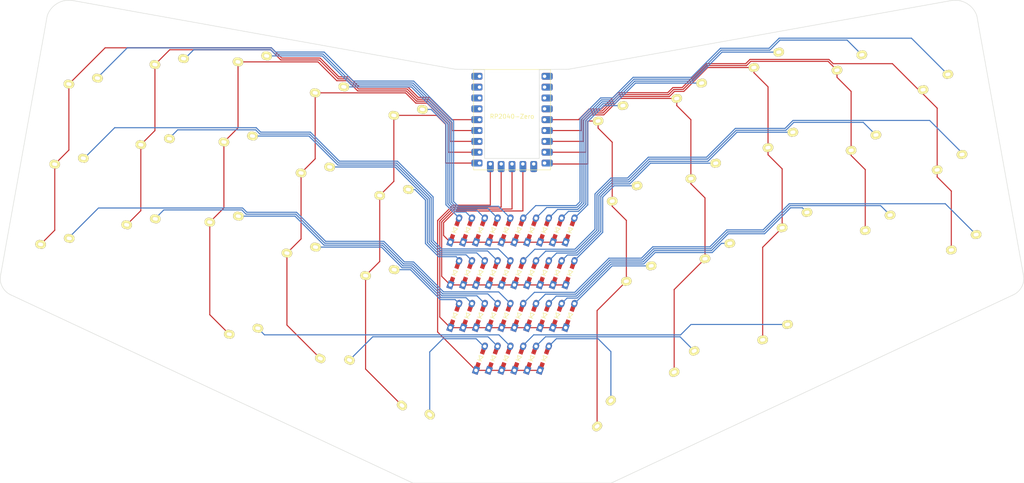
<source format=kicad_pcb>
(kicad_pcb (version 20211014) (generator pcbnew)
  (title_block (title "Amarilis Keyboard") (date "2023-03-17") (rev "1.0") (company "@tangzero"))
  (layers (0 "F.Cu" signal) (31 "B.Cu" signal) (34 "B.Paste" user) (35 "F.Paste" user) (36 "B.SilkS" user "B.Silkscreen") (37 "F.SilkS" user "F.Silkscreen") (38 "B.Mask" user) (39 "F.Mask" user) (44 "Edge.Cuts" user))
  (net 0 "")
  (net 1 "ROW0")
  (net 2 "Net-(D1-Pad2)")
  (net 3 "Net-(D2-Pad2)")
  (net 4 "Net-(D3-Pad2)")
  (net 5 "Net-(D4-Pad2)")
  (net 6 "Net-(D5-Pad2)")
  (net 7 "Net-(D6-Pad2)")
  (net 8 "Net-(D7-Pad2)")
  (net 9 "Net-(D8-Pad2)")
  (net 10 "Net-(D9-Pad2)")
  (net 11 "Net-(D10-Pad2)")
  (net 12 "ROW1")
  (net 13 "Net-(D11-Pad2)")
  (net 14 "Net-(D12-Pad2)")
  (net 23 "Net-(D13-Pad2)")
  (net 24 "Net-(D14-Pad2)")
  (net 25 "Net-(D15-Pad2)")
  (net 26 "Net-(D16-Pad2)")
  (net 27 "Net-(D17-Pad2)")
  (net 28 "Net-(D18-Pad2)")
  (net 29 "Net-(D19-Pad2)")
  (net 30 "Net-(D20-Pad2)")
  (net 31 "ROW2")
  (net 32 "Net-(D21-Pad2)")
  (net 33 "Net-(D22-Pad2)")
  (net 34 "Net-(D23-Pad2)")
  (net 35 "Net-(D24-Pad2)")
  (net 36 "Net-(D25-Pad2)")
  (net 37 "Net-(D26-Pad2)")
  (net 38 "Net-(D27-Pad2)")
  (net 39 "Net-(D28-Pad2)")
  (net 40 "Net-(D29-Pad2)")
  (net 41 "Net-(D30-Pad2)")
  (net 42 "ROW3")
  (net 43 "Net-(D31-Pad2)")
  (net 44 "Net-(D32-Pad2)")
  (net 45 "Net-(D33-Pad2)")
  (net 46 "Net-(D34-Pad2)")
  (net 47 "Net-(D35-Pad2)")
  (net 48 "Net-(D36-Pad2)")
  (net 49 "COL0")
  (net 50 "COL1")
  (net 51 "COL2")
  (net 52 "COL3")
  (net 53 "COL4")
  (net 54 "COL5")
  (net 55 "COL6")
  (net 56 "COL7")
  (net 57 "COL8")
  (net 58 "COL9")
  (footprint "kbd:D3_TH" (layer "F.Cu") (at 158.607086 108 70)
    (fp_text reference "D17" hide)
    (fp_text value "1N4148" hide)
  )
  (footprint "kbd:D3_TH" (layer "F.Cu") (at 149.607086 118 70)
    (fp_text reference "D30" hide)
    (fp_text value "1N4148" hide)
  )
  (footprint "kbd:D3_TH" (layer "F.Cu") (at 149.607086 98 70)
    (fp_text reference "D10" hide)
    (fp_text value "1N4148" hide)
  )
  (footprint "kbd:CherryMX_1u" (layer "F.Cu") (at 44.271054 85.715056 -10)
    (fp_text reference "SW11" hide)
    (fp_text value "SW_PUSH" hide)
  )
  (footprint "kbd:CherryMX_1u" (layer "F.Cu") (at 110.122091 144.600068 -40)
    (fp_text reference "SW33" hide)
    (fp_text value "SW_PUSH" hide)
  )
  (footprint "kbd:CherryMX_1u" (layer "F.Cu") (at 98.634005 106.521175 -10)
    (fp_text reference "SW24" hide)
    (fp_text value "SW_PUSH" hide)
  )
  (footprint "kbd:D3_TH" (layer "F.Cu") (at 143.607086 108 70)
    (fp_text reference "D12" hide)
    (fp_text value "1N4148" hide)
  )
  (footprint "kbd:CherryMX_1u" (layer "F.Cu") (at 64.420827 81.144592 -10)
    (fp_text reference "SW12" hide)
    (fp_text value "SW_PUSH" hide)
  )
  (footprint "kbd:D3_TH" (layer "F.Cu") (at 152.607086 128 70)
    (fp_text reference "D35" hide)
    (fp_text value "1N4148" hide)
  )
  (footprint "kbd:D3_TH" (layer "F.Cu") (at 158.607086 98 70)
    (fp_text reference "D7" hide)
    (fp_text value "1N4148" hide)
  )
  (footprint "kbd:D3_TH" (layer "F.Cu") (at 161.607086 118 70)
    (fp_text reference "D26" hide)
    (fp_text value "1N4148" hide)
  )
  (footprint "kbd:D3_TH" (layer "F.Cu") (at 140.607086 108 70)
    (fp_text reference "D13" hide)
    (fp_text value "1N4148" hide)
  )
  (footprint "kbd:CherryMX_1u" (layer "F.Cu") (at 117.047296 111.798789 -10)
    (fp_text reference "SW25" hide)
    (fp_text value "SW_PUSH" hide)
  )
  (footprint "kbd:D3_TH" (layer "F.Cu") (at 152.607086 118 70)
    (fp_text reference "D29" hide)
    (fp_text value "1N4148" hide)
  )
  (footprint "kbd:CherryMX_1u" (layer "F.Cu") (at 228.303242 62.384004 10)
    (fp_text reference "SW9" hide)
    (fp_text value "SW_PUSH" hide)
  )
  (footprint "kbd:D3_TH" (layer "F.Cu") (at 161.607086 98 70)
    (fp_text reference "D6" hide)
    (fp_text value "1N4148" hide)
  )
  (footprint "kbd:CherryMX_1u" (layer "F.Cu") (at 234.919238 99.90518 10)
    (fp_text reference "SW29" hide)
    (fp_text value "SW_PUSH" hide)
  )
  (footprint "kbd:CherryMX_1u" (layer "F.Cu") (at 185.909976 144.600067 40)
    (fp_text reference "SW34" hide)
    (fp_text value "SW_PUSH" hide)
  )
  (footprint "kbd:CherryMX_1u" (layer "F.Cu") (at 215.464057 99.273946 10)
    (fp_text reference "SW28" hide)
    (fp_text value "SW_PUSH" hide)
  )
  (footprint "kbd:D3_TH" (layer "F.Cu") (at 161.607086 108 70)
    (fp_text reference "D16" hide)
    (fp_text value "1N4148" hide)
  )
  (footprint "kbd:CherryMX_1u" (layer "F.Cu") (at 61.112829 99.90518 -10)
    (fp_text reference "SW22" hide)
    (fp_text value "SW_PUSH" hide)
  )
  (footprint "kbd:CherryMX_1u" (layer "F.Cu") (at 255.069011 104.475644 10)
    (fp_text reference "SW30" hide)
    (fp_text value "SW_PUSH" hide)
  )
  (footprint "kbd:CherryMX_1u" (layer "F.Cu") (at 83.876008 80.513359 -10)
    (fp_text reference "SW13" hide)
    (fp_text value "SW_PUSH" hide)
  )
  (footprint "RP2040-Zero-Kicad:RP2040-Zero" (layer "F.Cu") (at 137.865 84.825)
    (fp_text reference "RZ1")
    (fp_text value "RP2040-Zero")
  )
  (footprint "kbd:CherryMX_1u" (layer "F.Cu") (at 92.856928 136.549189 -25)
    (fp_text reference "SW32" hide)
    (fp_text value "SW_PUSH" hide)
  )
  (footprint "kbd:D3_TH" (layer "F.Cu") (at 143.607086 98 70)
    (fp_text reference "D2" hide)
    (fp_text value "1N4148" hide)
  )
  (footprint "kbd:D3_TH" (layer "F.Cu") (at 152.607086 108 70)
    (fp_text reference "D19" hide)
    (fp_text value "1N4148" hide)
  )
  (footprint "kbd:CherryMX_1u" (layer "F.Cu") (at 251.761013 85.715056 10)
    (fp_text reference "SW20" hide)
    (fp_text value "SW_PUSH" hide)
  )
  (footprint "kbd:D3_TH" (layer "F.Cu") (at 137.607086 108 70)
    (fp_text reference "D14" hide)
    (fp_text value "1N4148" hide)
  )
  (footprint "kbd:D3_TH" (layer "F.Cu") (at 155.607086 108 70)
    (fp_text reference "D18" hide)
    (fp_text value "1N4148" hide)
  )
  (footprint "kbd:CherryMX_1u" (layer "F.Cu") (at 190.782067 69 10)
    (fp_text reference "SW7" hide)
    (fp_text value "SW_PUSH" hide)
  )
  (footprint "kbd:CherryMX_1u" (layer "F.Cu") (at 105.25 69 -10)
    (fp_text reference "SW4" hide)
    (fp_text value "SW_PUSH" hide)
  )
  (footprint "kbd:D3_TH" (layer "F.Cu") (at 152.607086 98 70)
    (fp_text reference "D9" hide)
    (fp_text value "1N4148" hide)
  )
  (footprint "kbd:CherryMX_1u" (layer "F.Cu") (at 87.184005 61.752771 -10)
    (fp_text reference "SW3" hide)
    (fp_text value "SW_PUSH" hide)
  )
  (footprint "kbd:CherryMX_1u" (layer "F.Cu") (at 120.355294 93.038201 -10)
    (fp_text reference "SW15" hide)
    (fp_text value "SW_PUSH" hide)
  )
  (footprint "kbd:D3_TH" (layer "F.Cu") (at 143.607086 118 70)
    (fp_text reference "D22" hide)
    (fp_text value "1N4148" hide)
  )
  (footprint "kbd:CherryMX_1u" (layer "F.Cu") (at 67.728825 62.384004 -10)
    (fp_text reference "SW2" hide)
    (fp_text value "SW_PUSH" hide)
  )
  (footprint "kbd:D3_TH" (layer "F.Cu") (at 155.607086 98 70)
    (fp_text reference "D8" hide)
    (fp_text value "1N4148" hide)
  )
  (footprint "kbd:CherryMX_1u" (layer "F.Cu") (at 203.175139 136.549189 25)
    (fp_text reference "SW35" hide)
    (fp_text value "SW_PUSH" hide)
  )
  (footprint "kbd:D3_TH" (layer "F.Cu") (at 134.607086 108 70)
    (fp_text reference "D15" hide)
    (fp_text value "1N4148" hide)
  )
  (footprint "kbd:D3_TH" (layer "F.Cu") (at 158.607086 118 70)
    (fp_text reference "D27" hide)
    (fp_text value "1N4148" hide)
  )
  (footprint "kbd:CherryMX_1u" (layer "F.Cu") (at 80.56801 99.273946 -10)
    (fp_text reference "SW23" hide)
    (fp_text value "SW_PUSH" hide)
  )
  (footprint "kbd:CherryMX_1u" (layer "F.Cu") (at 172.368775 74.277613 10)
    (fp_text reference "SW6" hide)
    (fp_text value "SW_PUSH" hide)
  )
  (footprint "kbd:D3_TH" (layer "F.Cu") (at 137.607086 98 70)
    (fp_text reference "D4" hide)
    (fp_text value "1N4148" hide)
  )
  (footprint "kbd:D3_TH" (layer "F.Cu") (at 155.607086 128 70)
    (fp_text reference "D34" hide)
    (fp_text value "1N4148" hide)
  )
  (footprint "kbd:CherryMX_1u" (layer "F.Cu") (at 208.848062 61.752771 10)
    (fp_text reference "SW8" hide)
    (fp_text value "SW_PUSH" hide)
  )
  (footprint "kbd:CherryMX_1u" (layer "F.Cu") (at 123.663292 74.277613 -10)
    (fp_text reference "SW5" hide)
    (fp_text value "SW_PUSH" hide)
  )
  (footprint "kbd:D3_TH" (layer "F.Cu") (at 137.607086 118 70)
    (fp_text reference "D24" hide)
    (fp_text value "1N4148" hide)
  )
  (footprint "kbd:D3_TH" (layer "F.Cu") (at 134.607086 118 70)
    (fp_text reference "D25" hide)
    (fp_text value "1N4148" hide)
  )
  (footprint "kbd:CherryMX_1u" (layer "F.Cu") (at 212.156059 80.513359 10)
    (fp_text reference "SW18" hide)
    (fp_text value "SW_PUSH" hide)
  )
  (footprint "kbd:CherryMX_1u" (layer "F.Cu") (at 85.130633 125.514897 -10)
    (fp_text reference "SW31" hide)
    (fp_text value "SW_PUSH" hide)
  )
  (footprint "kbd:CherryMX_1u" (layer "F.Cu") (at 248.453015 66.954468 10)
    (fp_text reference "SW10" hide)
    (fp_text value "SW_PUSH" hide)
  )
  (footprint "kbd:D3_TH" (layer "F.Cu") (at 149.607086 108 70)
    (fp_text reference "D20" hide)
    (fp_text value "1N4148" hide)
  )
  (footprint "kbd:D3_TH" (layer "F.Cu") (at 140.607086 128 70)
    (fp_text reference "D33" hide)
    (fp_text value "1N4148" hide)
  )
  (footprint "kbd:CherryMX_1u" (layer "F.Cu") (at 40.963056 104.475644 -10)
    (fp_text reference "SW21" hide)
    (fp_text value "SW_PUSH" hide)
  )
  (footprint "kbd:CherryMX_1u" (layer "F.Cu") (at 197.398062 106.521175 10)
    (fp_text reference "SW27" hide)
    (fp_text value "SW_PUSH" hide)
  )
  (footprint "kbd:D3_TH" (layer "F.Cu") (at 146.607086 118 70)
    (fp_text reference "D21" hide)
    (fp_text value "1N4148" hide)
  )
  (footprint "kbd:CherryMX_1u" (layer "F.Cu") (at 101.942002 87.760588 -10)
    (fp_text reference "SW14" hide)
    (fp_text value "SW_PUSH" hide)
  )
  (footprint "kbd:D3_TH" (layer "F.Cu") (at 140.607086 118 70)
    (fp_text reference "D23" hide)
    (fp_text value "1N4148" hide)
  )
  (footprint "kbd:CherryMX_1u" (layer "F.Cu") (at 210.901434 125.514897 10)
    (fp_text reference "SW36" hide)
    (fp_text value "SW_PUSH" hide)
  )
  (footprint "kbd:D3_TH" (layer "F.Cu") (at 155.607086 118 70)
    (fp_text reference "D28" hide)
    (fp_text value "1N4148" hide)
  )
  (footprint "kbd:CherryMX_1u" (layer "F.Cu") (at 178.984771 111.798788 10)
    (fp_text reference "SW26" hide)
    (fp_text value "SW_PUSH" hide)
  )
  (footprint "kbd:D3_TH" (layer "F.Cu") (at 140.607086 98 70)
    (fp_text reference "D3" hide)
    (fp_text value "1N4148" hide)
  )
  (footprint "kbd:D3_TH" (layer "F.Cu") (at 146.607086 98 70)
    (fp_text reference "D1" hide)
    (fp_text value "1N4148" hide)
  )
  (footprint "kbd:CherryMX_1u" (layer "F.Cu") (at 231.61124 81.144592 10)
    (fp_text reference "SW19" hide)
    (fp_text value "SW_PUSH" hide)
  )
  (footprint "kbd:CherryMX_1u" (layer "F.Cu") (at 194.090064 87.760587 10)
    (fp_text reference "SW17" hide)
    (fp_text value "SW_PUSH" hide)
  )
  (footprint "kbd:D3_TH" (layer "F.Cu") (at 146.607086 108 70)
    (fp_text reference "D11" hide)
    (fp_text value "1N4148" hide)
  )
  (footprint "kbd:CherryMX_1u" (layer "F.Cu") (at 47.579052 66.954469 -10)
    (fp_text reference "SW1" hide)
    (fp_text value "SW_PUSH" hide)
  )
  (footprint "kbd:D3_TH" (layer "F.Cu") (at 143.607086 128 70)
    (fp_text reference "D32" hide)
    (fp_text value "1N4148" hide)
  )
  (footprint "kbd:D3_TH" (layer "F.Cu") (at 146.607086 128 70)
    (fp_text reference "D31" hide)
    (fp_text value "1N4148" hide)
  )
  (footprint "kbd:D3_TH" (layer "F.Cu") (at 134.607086 98 70)
    (fp_text reference "D5" hide)
    (fp_text value "1N4148" hide)
  )
  (footprint "kbd:D3_TH" (layer "F.Cu") (at 149.607086 128 70)
    (fp_text reference "D36" hide)
    (fp_text value "1N4148" hide)
  )
  (footprint "kbd:CherryMX_1u" (layer "F.Cu") (at 175.676773 93.038201 10)
    (fp_text reference "SW16" hide)
    (fp_text value "SW_PUSH" hide)
  )
  (gr_line (start 141.6 81.2) (end 154.4 81.2) (layer "Edge.Cuts") (width 0.1))
  (gr_line (start 124.8 157.2) (end 171.25 157.2) (layer "Edge.Cuts") (width 0.1))
  (gr_line (start 161.35 60.3) (end 154.4 60.4) (layer "Edge.Cuts") (width 0.1))
  (gr_line (start 141.6 60.4) (end 134.7 60.3) (layer "Edge.Cuts") (width 0.1))
  (gr_line (start 28.2 109) (end 39.2 47.8) (layer "Edge.Cuts") (width 0.1))
  (gr_line (start 141.6 81.2) (end 141.6 60.4) (layer "Edge.Cuts") (width 0.1))
  (gr_line (start 265.25 113.2) (end 171.25 157.2) (layer "Edge.Cuts") (width 0.1))
  (gr_arc (start 30.8 113.2) (mid 28.83524 111.511518) (end 28.2 109) (layer "Edge.Cuts") (width 0.1))
  (gr_line (start 161.35 60.3) (end 251.05 44.2) (layer "Edge.Cuts") (width 0.1))
  (gr_line (start 154.4 81.2) (end 154.4 60.4) (layer "Edge.Cuts") (width 0.1))
  (gr_arc (start 267.85 109) (mid 267.21476 111.511518) (end 265.25 113.2) (layer "Edge.Cuts") (width 0.1))
  (gr_line (start 256.85 47.8) (end 267.85 109) (layer "Edge.Cuts") (width 0.1))
  (gr_line (start 124.8 157.2) (end 30.8 113.2) (layer "Edge.Cuts") (width 0.1))
  (gr_line (start 45 44.2) (end 134.7 60.3) (layer "Edge.Cuts") (width 0.1))
  (gr_arc (start 39.2 47.8) (mid 41.456213 44.962788) (end 45 44.2) (layer "Edge.Cuts") (width 0.1))
  (gr_arc (start 251.05 44.2) (mid 254.593787 44.962788) (end 256.85 47.8) (layer "Edge.Cuts") (width 0.1))
  (segment (start 133.581026 100.819078) (end 132 99.238052) (width 0.25) (layer "F.Cu") (net 1))
  (segment (start 132 96.25) (end 134.75 93.5) (width 0.25) (layer "F.Cu") (net 1))
  (segment (start 134.75 93.5) (end 150.565 93.5) (width 0.25) (layer "F.Cu") (net 1))
  (segment (start 133.581026 100.819078) (end 160.581026 100.819078) (width 0.25) (layer "F.Cu") (net 1))
  (segment (start 132 99.238052) (end 132 96.25) (width 0.25) (layer "F.Cu") (net 1))
  (segment (start 150.565 93.5) (end 150.565 82.871395) (width 0.25) (layer "F.Cu") (net 1))
  (segment (start 110.838243 63.088243) (end 104.041014 56.291014) (width 0.25) (layer "B.Cu") (net 2))
  (segment (start 57.95 55.3) (end 50.962596 62.287404) (width 0.25) (layer "B.Cu") (net 2))
  (segment (start 147.633146 95.180922) (end 144.852224 92.4) (width 0.25) (layer "B.Cu") (net 2))
  (segment (start 124.997431 63.088243) (end 110.838243 63.088243) (width 0.25) (layer "B.Cu") (net 2))
  (segment (start 91.695382 55.3) (end 57.95 55.3) (width 0.25) (layer "B.Cu") (net 2))
  (segment (start 92.686396 56.291014) (end 91.695382 55.3) (width 0.25) (layer "B.Cu") (net 2))
  (segment (start 134.35 72.440812) (end 124.997431 63.088243) (width 0.25) (layer "B.Cu") (net 2))
  (segment (start 104.041014 56.291014) (end 92.686396 56.291014) (width 0.25) (layer "B.Cu") (net 2))
  (segment (start 144.852224 92.4) (end 135.445584 92.4) (width 0.25) (layer "B.Cu") (net 2))
  (segment (start 135.445584 92.4) (end 134.35 91.304416) (width 0.25) (layer "B.Cu") (net 2))
  (segment (start 134.35 91.304416) (end 134.35 72.440812) (width 0.25) (layer "B.Cu") (net 2))
  (segment (start 92.5 56.741014) (end 103.755646 56.741014) (width 0.25) (layer "B.Cu") (net 3))
  (segment (start 73.5 55.75) (end 91.508986 55.75) (width 0.25) (layer "B.Cu") (net 3))
  (segment (start 135.259188 92.85) (end 142.302224 92.85) (width 0.25) (layer "B.Cu") (net 3))
  (segment (start 142.302224 92.85) (end 144.633146 95.180922) (width 0.25) (layer "B.Cu") (net 3))
  (segment (start 133.9 72.627208) (end 133.9 91.490812) (width 0.25) (layer "B.Cu") (net 3))
  (segment (start 91.508986 55.75) (end 92.5 56.741014) (width 0.25) (layer "B.Cu") (net 3))
  (segment (start 133.9 91.490812) (end 135.259188 92.85) (width 0.25) (layer "B.Cu") (net 3))
  (segment (start 110.552875 63.538243) (end 124.811035 63.538243) (width 0.25) (layer "B.Cu") (net 3))
  (segment (start 103.755646 56.741014) (end 110.552875 63.538243) (width 0.25) (layer "B.Cu") (net 3))
  (segment (start 71.427753 57.822247) (end 73.5 55.75) (width 0.25) (layer "B.Cu") (net 3))
  (segment (start 124.811035 63.538243) (end 133.9 72.627208) (width 0.25) (layer "B.Cu") (net 3))
  (segment (start 103.56925 57.191014) (end 110.366479 63.988243) (width 0.25) (layer "B.Cu") (net 4))
  (segment (start 133.45 91.677208) (end 135.072792 93.3) (width 0.25) (layer "B.Cu") (net 4))
  (segment (start 90.567549 57.191014) (end 103.56925 57.191014) (width 0.25) (layer "B.Cu") (net 4))
  (segment (start 124.624639 63.988243) (end 133.45 72.813604) (width 0.25) (layer "B.Cu") (net 4))
  (segment (start 133.45 72.813604) (end 133.45 91.677208) (width 0.25) (layer "B.Cu") (net 4))
  (segment (start 135.072792 93.3) (end 139.752224 93.3) (width 0.25) (layer "B.Cu") (net 4))
  (segment (start 110.366479 63.988243) (end 124.624639 63.988243) (width 0.25) (layer "B.Cu") (net 4))
  (segment (start 139.752224 93.3) (end 141.633146 95.180922) (width 0.25) (layer "B.Cu") (net 4))
  (segment (start 133 91.863604) (end 134.886396 93.75) (width 0.25) (layer "B.Cu") (net 5))
  (segment (start 124.438243 64.438243) (end 133 73) (width 0.25) (layer "B.Cu") (net 5))
  (segment (start 133 73) (end 133 91.863604) (width 0.25) (layer "B.Cu") (net 5))
  (segment (start 134.886396 93.75) (end 137.202224 93.75) (width 0.25) (layer "B.Cu") (net 5))
  (segment (start 108.633544 64.438243) (end 124.438243 64.438243) (width 0.25) (layer "B.Cu") (net 5))
  (segment (start 137.202224 93.75) (end 138.633146 95.180922) (width 0.25) (layer "B.Cu") (net 5))
  (segment (start 132.55 73.186396) (end 132.55 92.05) (width 0.25) (layer "B.Cu") (net 6))
  (segment (start 129.07946 69.715856) (end 132.55 73.186396) (width 0.25) (layer "B.Cu") (net 6))
  (segment (start 127.046836 69.715856) (end 129.07946 69.715856) (width 0.25) (layer "B.Cu") (net 6))
  (segment (start 132.55 92.05) (end 135.633146 95.133146) (width 0.25) (layer "B.Cu") (net 6))
  (segment (start 173.988054 68.833723) (end 169.506506 68.833723) (width 0.25) (layer "B.Cu") (net 7))
  (segment (start 165.75 72.590229) (end 165.75 92.064068) (width 0.25) (layer "B.Cu") (net 7))
  (segment (start 169.506506 68.833723) (end 165.75 72.590229) (width 0.25) (layer "B.Cu") (net 7))
  (segment (start 165.75 92.064068) (end 162.633146 95.180922) (width 0.25) (layer "B.Cu") (net 7))
  (segment (start 176.94389 63.55611) (end 192.401346 63.55611) (width 0.25) (layer "B.Cu") (net 8))
  (segment (start 159.633146 95.180922) (end 161.225232 93.588836) (width 0.25) (layer "B.Cu") (net 8))
  (segment (start 161.225232 93.588836) (end 163.588836 93.588836) (width 0.25) (layer "B.Cu") (net 8))
  (segment (start 163.588836 93.588836) (end 165.3 91.877672) (width 0.25) (layer "B.Cu") (net 8))
  (segment (start 172.116277 68.383723) (end 176.94389 63.55611) (width 0.25) (layer "B.Cu") (net 8))
  (segment (start 169.32011 68.383723) (end 172.116277 68.383723) (width 0.25) (layer "B.Cu") (net 8))
  (segment (start 165.3 91.877672) (end 165.3 72.403833) (width 0.25) (layer "B.Cu") (net 8))
  (segment (start 165.3 72.403833) (end 169.32011 68.383723) (width 0.25) (layer "B.Cu") (net 8))
  (segment (start 190.39389 63.10611) (end 176.757494 63.10611) (width 0.25) (layer "B.Cu") (net 9))
  (segment (start 176.757494 63.10611) (end 171.929881 67.933723) (width 0.25) (layer "B.Cu") (net 9))
  (segment (start 210.467341 56.308881) (end 197.191119 56.308881) (width 0.25) (layer "B.Cu") (net 9))
  (segment (start 171.929881 67.933723) (end 169.133714 67.933723) (width 0.25) (layer "B.Cu") (net 9))
  (segment (start 197.191119 56.308881) (end 190.39389 63.10611) (width 0.25) (layer "B.Cu") (net 9))
  (segment (start 164.85 91.691276) (end 163.40244 93.138836) (width 0.25) (layer "B.Cu") (net 9))
  (segment (start 163.40244 93.138836) (end 158.675232 93.138836) (width 0.25) (layer "B.Cu") (net 9))
  (segment (start 158.675232 93.138836) (end 156.633146 95.180922) (width 0.25) (layer "B.Cu") (net 9))
  (segment (start 164.85 72.217437) (end 164.85 91.691276) (width 0.25) (layer "B.Cu") (net 9))
  (segment (start 169.133714 67.933723) (end 164.85 72.217437) (width 0.25) (layer "B.Cu") (net 9))
  (segment (start 156.125232 92.688836) (end 153.633146 95.180922) (width 0.25) (layer "B.Cu") (net 10))
  (segment (start 229.922521 56.940114) (end 226.482407 53.5) (width 0.25) (layer "B.Cu") (net 10))
  (segment (start 171.743485 67.483723) (end 168.947318 67.483723) (width 0.25) (layer "B.Cu") (net 10))
  (segment (start 164.4 72.031041) (end 164.4 91.50488) (width 0.25) (layer "B.Cu") (net 10))
  (segment (start 164.4 91.50488) (end 163.216044 92.688836) (width 0.25) (layer "B.Cu") (net 10))
  (segment (start 190.207494 62.65611) (end 176.571098 62.65611) (width 0.25) (layer "B.Cu") (net 10))
  (segment (start 197.004723 55.858881) (end 190.207494 62.65611) (width 0.25) (layer "B.Cu") (net 10))
  (segment (start 176.571098 62.65611) (end 171.743485 67.483723) (width 0.25) (layer "B.Cu") (net 10))
  (segment (start 226.482407 53.5) (end 210.75 53.5) (width 0.25) (layer "B.Cu") (net 10))
  (segment (start 208.391119 55.858881) (end 197.004723 55.858881) (width 0.25) (layer "B.Cu") (net 10))
  (segment (start 210.75 53.5) (end 208.391119 55.858881) (width 0.25) (layer "B.Cu") (net 10))
  (segment (start 163.216044 92.688836) (end 156.125232 92.688836) (width 0.25) (layer "B.Cu") (net 10))
  (segment (start 168.947318 67.483723) (end 164.4 72.031041) (width 0.25) (layer "B.Cu") (net 10))
  (segment (start 153.575232 92.238836) (end 150.633146 95.180922) (width 0.25) (layer "B.Cu") (net 11))
  (segment (start 208.204723 55.408881) (end 196.818327 55.408881) (width 0.25) (layer "B.Cu") (net 11))
  (segment (start 190.021098 62.20611) (end 176.384702 62.20611) (width 0.25) (layer "B.Cu") (net 11))
  (segment (start 171.557089 67.033723) (end 168.760922 67.033723) (width 0.25) (layer "B.Cu") (net 11))
  (segment (start 196.818327 55.408881) (end 190.021098 62.20611) (width 0.25) (layer "B.Cu") (net 11))
  (segment (start 163.95 91.318484) (end 163.029648 92.238836) (width 0.25) (layer "B.Cu") (net 11))
  (segment (start 168.760922 67.033723) (end 163.95 71.844645) (width 0.25) (layer "B.Cu") (net 11))
  (segment (start 176.384702 62.20611) (end 171.557089 67.033723) (width 0.25) (layer "B.Cu") (net 11))
  (segment (start 250.010578 61.510578) (end 241.55 53.05) (width 0.25) (layer "B.Cu") (net 11))
  (segment (start 163.029648 92.238836) (end 153.575232 92.238836) (width 0.25) (layer "B.Cu") (net 11))
  (segment (start 210.563604 53.05) (end 208.204723 55.408881) (width 0.25) (layer "B.Cu") (net 11))
  (segment (start 241.55 53.05) (end 210.563604 53.05) (width 0.25) (layer "B.Cu") (net 11))
  (segment (start 163.95 71.844645) (end 163.95 91.318484) (width 0.25) (layer "B.Cu") (net 11))
  (segment (start 131.55 108.788052) (end 131.55 96.063604) (width 0.25) (layer "F.Cu") (net 12))
  (segment (start 131.55 96.063604) (end 134.563604 93.05) (width 0.25) (layer "F.Cu") (net 12))
  (segment (start 148.025 93.05) (end 148.025 82.495) (width 0.25) (layer "F.Cu") (net 12))
  (segment (start 134.563604 93.05) (end 148.025 93.05) (width 0.25) (layer "F.Cu") (net 12))
  (segment (start 133.581026 110.819078) (end 160.581026 110.819078) (width 0.25) (layer "F.Cu") (net 12))
  (segment (start 133.581026 110.819078) (end 131.55 108.788052) (width 0.25) (layer "F.Cu") (net 12))
  (segment (start 100.825562 75.051602) (end 107.622792 81.848831) (width 0.25) (layer "B.Cu") (net 13))
  (segment (start 47.846701 81.153299) (end 55 74) (width 0.25) (layer "B.Cu") (net 13))
  (segment (start 129.55 90.194391) (end 129.55 100.379416) (width 0.25) (layer "B.Cu") (net 13))
  (segment (start 144.852224 102.4) (end 147.633146 105.180922) (width 0.25) (layer "B.Cu") (net 13))
  (segment (start 121.20444 81.848831) (end 129.55 90.194391) (width 0.25) (layer "B.Cu") (net 13))
  (segment (start 107.622792 81.848831) (end 121.20444 81.848831) (width 0.25) (layer "B.Cu") (net 13))
  (segment (start 88.136396 74) (end 89.187998 75.051602) (width 0.25) (layer "B.Cu") (net 13))
  (segment (start 89.187998 75.051602) (end 100.825562 75.051602) (width 0.25) (layer "B.Cu") (net 13))
  (segment (start 131.570584 102.4) (end 144.852224 102.4) (width 0.25) (layer "B.Cu") (net 13))
  (segment (start 129.55 100.379416) (end 131.570584 102.4) (width 0.25) (layer "B.Cu") (net 13))
  (segment (start 55 74) (end 88.136396 74) (width 0.25) (layer "B.Cu") (net 13))
  (segment (start 129.1 90.380787) (end 129.1 100.565812) (width 0.25) (layer "B.Cu") (net 14))
  (segment (start 67.804371 76.445629) (end 69.75 74.5) (width 0.25) (layer "B.Cu") (net 14))
  (segment (start 142.302224 102.85) (end 144.633146 105.180922) (width 0.25) (layer "B.Cu") (net 14))
  (segment (start 89.001602 75.501602) (end 100.639166 75.501602) (width 0.25) (layer "B.Cu") (net 14))
  (segment (start 69.75 74.5) (end 88 74.5) (width 0.25) (layer "B.Cu") (net 14))
  (segment (start 129.1 100.565812) (end 131.384188 102.85) (width 0.25) (layer "B.Cu") (net 14))
  (segment (start 121.018044 82.298831) (end 129.1 90.380787) (width 0.25) (layer "B.Cu") (net 14))
  (segment (start 107.436396 82.298831) (end 121.018044 82.298831) (width 0.25) (layer "B.Cu") (net 14))
  (segment (start 88 74.5) (end 89.001602 75.501602) (width 0.25) (layer "B.Cu") (net 14))
  (segment (start 131.384188 102.85) (end 142.302224 102.85) (width 0.25) (layer "B.Cu") (net 14))
  (segment (start 100.639166 75.501602) (end 107.436396 82.298831) (width 0.25) (layer "B.Cu") (net 14))
  (segment (start 131.197792 103.3) (end 139.752224 103.3) (width 0.25) (layer "B.Cu") (net 23))
  (segment (start 107.25 82.748831) (end 120.831648 82.748831) (width 0.25) (layer "B.Cu") (net 23))
  (segment (start 128.65 90.567183) (end 128.65 100.752208) (width 0.25) (layer "B.Cu") (net 23))
  (segment (start 100.452771 75.951602) (end 107.25 82.748831) (width 0.25) (layer "B.Cu") (net 23))
  (segment (start 87.259552 75.951602) (end 100.452771 75.951602) (width 0.25) (layer "B.Cu") (net 23))
  (segment (start 139.752224 103.3) (end 141.633146 105.180922) (width 0.25) (layer "B.Cu") (net 23))
  (segment (start 120.831648 82.748831) (end 128.65 90.567183) (width 0.25) (layer "B.Cu") (net 23))
  (segment (start 128.65 100.752208) (end 131.197792 103.3) (width 0.25) (layer "B.Cu") (net 23))
  (segment (start 128.2 90.753579) (end 128.2 100.938604) (width 0.25) (layer "B.Cu") (net 24))
  (segment (start 137.25 103.75) (end 138.633146 105.133146) (width 0.25) (layer "B.Cu") (net 24))
  (segment (start 105.325546 83.198831) (end 120.645252 83.198831) (width 0.25) (layer "B.Cu") (net 24))
  (segment (start 128.2 100.938604) (end 131.011396 103.75) (width 0.25) (layer "B.Cu") (net 24))
  (segment (start 120.645252 83.198831) (end 128.2 90.753579) (width 0.25) (layer "B.Cu") (net 24))
  (segment (start 131.011396 103.75) (end 137.25 103.75) (width 0.25) (layer "B.Cu") (net 24))
  (segment (start 130.825 104.2) (end 134.95 104.2) (width 0.25) (layer "B.Cu") (net 25))
  (segment (start 127.75 101.125) (end 130.825 104.2) (width 0.25) (layer "B.Cu") (net 25))
  (segment (start 134.95 104.2) (end 135.633146 104.883146) (width 0.25) (layer "B.Cu") (net 25))
  (segment (start 125.286469 88.476444) (end 127.75 90.939975) (width 0.25) (layer "B.Cu") (net 25))
  (segment (start 127.75 90.939975) (end 127.75 101.125) (width 0.25) (layer "B.Cu") (net 25))
  (segment (start 123.738838 88.476444) (end 125.286469 88.476444) (width 0.25) (layer "B.Cu") (net 25))
  (segment (start 171.905689 87.594311) (end 169.25 90.25) (width 0.25) (layer "B.Cu") (net 26))
  (segment (start 169.25 98.5) (end 162.633146 105.116854) (width 0.25) (layer "B.Cu") (net 26))
  (segment (start 169.25 90.25) (end 169.25 98.5) (width 0.25) (layer "B.Cu") (net 26))
  (segment (start 177.296052 87.594311) (end 171.905689 87.594311) (width 0.25) (layer "B.Cu") (net 26))
  (segment (start 180.433303 82.316697) (end 175.605689 87.144311) (width 0.25) (layer "B.Cu") (net 27))
  (segment (start 195.709343 82.316697) (end 180.433303 82.316697) (width 0.25) (layer "B.Cu") (net 27))
  (segment (start 168.8 98.313604) (end 163.306802 103.806802) (width 0.25) (layer "B.Cu") (net 27))
  (segment (start 171.719293 87.144311) (end 168.8 90.063604) (width 0.25) (layer "B.Cu") (net 27))
  (segment (start 163.306802 103.806802) (end 161.007266 103.806802) (width 0.25) (layer "B.Cu") (net 27))
  (segment (start 175.605689 87.144311) (end 171.719293 87.144311) (width 0.25) (layer "B.Cu") (net 27))
  (segment (start 161.007266 103.806802) (end 159.633146 105.180922) (width 0.25) (layer "B.Cu") (net 27))
  (segment (start 168.8 90.063604) (end 168.8 98.313604) (width 0.25) (layer "B.Cu") (net 27))
  (segment (start 171.532897 86.694311) (end 168.35 89.877208) (width 0.25) (layer "B.Cu") (net 28))
  (segment (start 180.246907 81.866697) (end 175.419293 86.694311) (width 0.25) (layer "B.Cu") (net 28))
  (segment (start 175.419293 86.694311) (end 171.532897 86.694311) (width 0.25) (layer "B.Cu") (net 28))
  (segment (start 213.775338 75.069469) (end 200.680531 75.069469) (width 0.25) (layer "B.Cu") (net 28))
  (segment (start 163.120406 103.356802) (end 158.457266 103.356802) (width 0.25) (layer "B.Cu") (net 28))
  (segment (start 193.883303 81.866697) (end 180.246907 81.866697) (width 0.25) (layer "B.Cu") (net 28))
  (segment (start 200.680531 75.069469) (end 193.883303 81.866697) (width 0.25) (layer "B.Cu") (net 28))
  (segment (start 168.35 89.877208) (end 168.35 98.127208) (width 0.25) (layer "B.Cu") (net 28))
  (segment (start 168.35 98.127208) (end 163.120406 103.356802) (width 0.25) (layer "B.Cu") (net 28))
  (segment (start 158.457266 103.356802) (end 156.633146 105.180922) (width 0.25) (layer "B.Cu") (net 28))
  (segment (start 233.200702 75.700702) (end 230.25 72.75) (width 0.25) (layer "B.Cu") (net 29))
  (segment (start 175.232897 86.244311) (end 171.346501 86.244311) (width 0.25) (layer "B.Cu") (net 29))
  (segment (start 167.9 89.690812) (end 167.9 97.940812) (width 0.25) (layer "B.Cu") (net 29))
  (segment (start 155.907266 102.906802) (end 153.633146 105.180922) (width 0.25) (layer "B.Cu") (net 29))
  (segment (start 193.75 81.363604) (end 180.113604 81.363604) (width 0.25) (layer "B.Cu") (net 29))
  (segment (start 230.25 72.75) (end 214 72.75) (width 0.25) (layer "B.Cu") (net 29))
  (segment (start 212.130531 74.619469) (end 200.494135 74.619469) (width 0.25) (layer "B.Cu") (net 29))
  (segment (start 162.93401 102.906802) (end 155.907266 102.906802) (width 0.25) (layer "B.Cu") (net 29))
  (segment (start 214 72.75) (end 212.130531 74.619469) (width 0.25) (layer "B.Cu") (net 29))
  (segment (start 171.346501 86.244311) (end 167.9 89.690812) (width 0.25) (layer "B.Cu") (net 29))
  (segment (start 180.113604 81.363604) (end 175.232897 86.244311) (width 0.25) (layer "B.Cu") (net 29))
  (segment (start 167.9 97.940812) (end 162.93401 102.906802) (width 0.25) (layer "B.Cu") (net 29))
  (segment (start 200.494135 74.619469) (end 193.75 81.363604) (width 0.25) (layer "B.Cu") (net 29))
  (segment (start 171.160105 85.794311) (end 167.45 89.504416) (width 0.25) (layer "B.Cu") (net 30))
  (segment (start 167.45 89.504416) (end 167.45 97.754416) (width 0.25) (layer "B.Cu") (net 30))
  (segment (start 200.307739 74.169469) (end 193.563604 80.913604) (width 0.25) (layer "B.Cu") (net 30))
  (segment (start 175.046501 85.794311) (end 171.160105 85.794311) (width 0.25) (layer "B.Cu") (net 30))
  (segment (start 211.944135 74.169469) (end 200.307739 74.169469) (width 0.25) (layer "B.Cu") (net 30))
  (segment (start 167.45 97.754416) (end 162.747614 102.456802) (width 0.25) (layer "B.Cu") (net 30))
  (segment (start 162.747614 102.456802) (end 153.357266 102.456802) (width 0.25) (layer "B.Cu") (net 30))
  (segment (start 253.380292 79.880292) (end 245.8 72.3) (width 0.25) (layer "B.Cu") (net 30))
  (segment (start 193.563604 80.913604) (end 179.927208 80.913604) (width 0.25) (layer "B.Cu") (net 30))
  (segment (start 213.813604 72.3) (end 211.944135 74.169469) (width 0.25) (layer "B.Cu") (net 30))
  (segment (start 179.927208 80.913604) (end 175.046501 85.794311) (width 0.25) (layer "B.Cu") (net 30))
  (segment (start 245.8 72.3) (end 213.813604 72.3) (width 0.25) (layer "B.Cu") (net 30))
  (segment (start 153.357266 102.456802) (end 150.633146 105.180922) (width 0.25) (layer "B.Cu") (net 30))
  (segment (start 133.581026 120.819078) (end 160.581026 120.819078) (width 0.25) (layer "F.Cu") (net 31))
  (segment (start 145.485 82.495) (end 145.485 92.6) (width 0.25) (layer "F.Cu") (net 31))
  (segment (start 134.377208 92.6) (end 131.1 95.877208) (width 0.25) (layer "F.Cu") (net 31))
  (segment (start 131.1 95.877208) (end 131.1 118.338052) (width 0.25) (layer "F.Cu") (net 31))
  (segment (start 145.485 92.6) (end 134.377208 92.6) (width 0.25) (layer "F.Cu") (net 31))
  (segment (start 131.1 118.338052) (end 133.581026 120.819078) (width 0.25) (layer "F.Cu") (net 31))
  (segment (start 124.982616 105.437032) (end 131.995584 112.45) (width 0.25) (layer "B.Cu") (net 32))
  (segment (start 104.38221 100.609418) (end 118.018606 100.609418) (width 0.25) (layer "B.Cu") (net 32))
  (segment (start 118.018606 100.609418) (end 122.84622 105.437032) (width 0.25) (layer "B.Cu") (net 32))
  (segment (start 122.84622 105.437032) (end 124.982616 105.437032) (width 0.25) (layer "B.Cu") (net 32))
  (segment (start 131.995584 112.45) (end 144.902224 112.45) (width 0.25) (layer "B.Cu") (net 32))
  (segment (start 85.948585 93.812189) (end 97.584981 93.812189) (width 0.25) (layer "B.Cu") (net 32))
  (segment (start 44.3466 99.6534) (end 51.2 92.8) (width 0.25) (layer "B.Cu") (net 32))
  (segment (start 84.936396 92.8) (end 85.948585 93.812189) (width 0.25) (layer "B.Cu") (net 32))
  (segment (start 97.584981 93.812189) (end 104.38221 100.609418) (width 0.25) (layer "B.Cu") (net 32))
  (segment (start 144.902224 112.45) (end 147.633146 115.180922) (width 0.25) (layer "B.Cu") (net 32))
  (segment (start 51.2 92.8) (end 84.936396 92.8) (width 0.25) (layer "B.Cu") (net 32))
  (segment (start 131.809188 112.9) (end 142.352224 112.9) (width 0.25) (layer "B.Cu") (net 33))
  (segment (start 104.195814 101.059418) (end 117.83221 101.059418) (width 0.25) (layer "B.Cu") (net 33))
  (segment (start 97.398585 94.262189) (end 104.195814 101.059418) (width 0.25) (layer "B.Cu") (net 33))
  (segment (start 64.496373 95.253627) (end 66.5 93.25) (width 0.25) (layer "B.Cu") (net 33))
  (segment (start 84.75 93.25) (end 85.762189 94.262189) (width 0.25) (layer "B.Cu") (net 33))
  (segment (start 117.83221 101.059418) (end 122.659824 105.887032) (width 0.25) (layer "B.Cu") (net 33))
  (segment (start 85.762189 94.262189) (end 97.398585 94.262189) (width 0.25) (layer "B.Cu") (net 33))
  (segment (start 142.352224 112.9) (end 144.633146 115.180922) (width 0.25) (layer "B.Cu") (net 33))
  (segment (start 124.79622 105.887032) (end 131.809188 112.9) (width 0.25) (layer "B.Cu") (net 33))
  (segment (start 122.659824 105.887032) (end 124.79622 105.887032) (width 0.25) (layer "B.Cu") (net 33))
  (segment (start 66.5 93.25) (end 84.75 93.25) (width 0.25) (layer "B.Cu") (net 33))
  (segment (start 139.802224 113.35) (end 141.633146 115.180922) (width 0.25) (layer "B.Cu") (net 34))
  (segment (start 117.645814 101.509418) (end 122.473428 106.337032) (width 0.25) (layer "B.Cu") (net 34))
  (segment (start 97.212189 94.712189) (end 104.009418 101.509418) (width 0.25) (layer "B.Cu") (net 34))
  (segment (start 122.473428 106.337032) (end 124.609824 106.337032) (width 0.25) (layer "B.Cu") (net 34))
  (segment (start 124.609824 106.337032) (end 131.622792 113.35) (width 0.25) (layer "B.Cu") (net 34))
  (segment (start 83.951554 94.712189) (end 97.212189 94.712189) (width 0.25) (layer "B.Cu") (net 34))
  (segment (start 104.009418 101.509418) (end 117.645814 101.509418) (width 0.25) (layer "B.Cu") (net 34))
  (segment (start 131.622792 113.35) (end 139.802224 113.35) (width 0.25) (layer "B.Cu") (net 34))
  (segment (start 117.459418 101.959418) (end 122.287032 106.787032) (width 0.25) (layer "B.Cu") (net 35))
  (segment (start 122.287032 106.787032) (end 124.423428 106.787032) (width 0.25) (layer "B.Cu") (net 35))
  (segment (start 102.017549 101.959418) (end 117.459418 101.959418) (width 0.25) (layer "B.Cu") (net 35))
  (segment (start 124.423428 106.787032) (end 131.436396 113.8) (width 0.25) (layer "B.Cu") (net 35))
  (segment (start 137.252224 113.8) (end 138.633146 115.180922) (width 0.25) (layer "B.Cu") (net 35))
  (segment (start 131.436396 113.8) (end 137.252224 113.8) (width 0.25) (layer "B.Cu") (net 35))
  (segment (start 120.43084 107.237032) (end 124.237032 107.237032) (width 0.25) (layer "B.Cu") (net 36))
  (segment (start 134.702224 114.25) (end 135.633146 115.180922) (width 0.25) (layer "B.Cu") (net 36))
  (segment (start 131.25 114.25) (end 134.702224 114.25) (width 0.25) (layer "B.Cu") (net 36))
  (segment (start 124.237032 107.237032) (end 131.25 114.25) (width 0.25) (layer "B.Cu") (net 36))
  (segment (start 180.60405 106.354898) (end 171.45917 106.354898) (width 0.25) (layer "B.Cu") (net 37))
  (segment (start 171.45917 106.354898) (end 162.633146 115.180922) (width 0.25) (layer "B.Cu") (net 37))
  (segment (start 197.059111 101.077285) (end 194.898619 103.237777) (width 0.25) (layer "B.Cu") (net 38))
  (segment (start 163.282535 113.895137) (end 160.918931 113.895137) (width 0.25) (layer "B.Cu") (net 38))
  (segment (start 194.898619 103.237777) (end 181.538236 103.237777) (width 0.25) (layer "B.Cu") (net 38))
  (segment (start 181.538236 103.237777) (end 178.871115 105.904898) (width 0.25) (layer "B.Cu") (net 38))
  (segment (start 171.272774 105.904898) (end 163.282535 113.895137) (width 0.25) (layer "B.Cu") (net 38))
  (segment (start 178.871115 105.904898) (end 171.272774 105.904898) (width 0.25) (layer "B.Cu") (net 38))
  (segment (start 198.861967 101.077285) (end 197.059111 101.077285) (width 0.25) (layer "B.Cu") (net 38))
  (segment (start 160.918931 113.895137) (end 159.633146 115.180922) (width 0.25) (layer "B.Cu") (net 38))
  (segment (start 194.712223 102.787777) (end 181.35184 102.787777) (width 0.25) (layer "B.Cu") (net 39))
  (segment (start 207.168922 98.831078) (end 198.668922 98.831078) (width 0.25) (layer "B.Cu") (net 39))
  (segment (start 198.668922 98.831078) (end 194.712223 102.787777) (width 0.25) (layer "B.Cu") (net 39))
  (segment (start 213.25 92.75) (end 207.168922 98.831078) (width 0.25) (layer "B.Cu") (net 39))
  (segment (start 178.684719 105.454898) (end 171.086378 105.454898) (width 0.25) (layer "B.Cu") (net 39))
  (segment (start 163.096139 113.445137) (end 158.368931 113.445137) (width 0.25) (layer "B.Cu") (net 39))
  (segment (start 158.368931 113.445137) (end 156.633146 115.180922) (width 0.25) (layer "B.Cu") (net 39))
  (segment (start 217.083336 93.830056) (end 216.00328 92.75) (width 0.25) (layer "B.Cu") (net 39))
  (segment (start 171.086378 105.454898) (end 163.096139 113.445137) (width 0.25) (layer "B.Cu") (net 39))
  (segment (start 216.00328 92.75) (end 213.25 92.75) (width 0.25) (layer "B.Cu") (net 39))
  (segment (start 181.35184 102.787777) (end 178.684719 105.454898) (width 0.25) (layer "B.Cu") (net 39))
  (segment (start 178.498323 105.004898) (end 170.899982 105.004898) (width 0.25) (layer "B.Cu") (net 40))
  (segment (start 155.818931 112.995137) (end 153.633146 115.180922) (width 0.25) (layer "B.Cu") (net 40))
  (segment (start 236.538517 94.46129) (end 234.327227 92.25) (width 0.25) (layer "B.Cu") (net 40))
  (segment (start 213.113604 92.25) (end 206.982526 98.381078) (width 0.25) (layer "B.Cu") (net 40))
  (segment (start 206.982526 98.381078) (end 198.482526 98.381078) (width 0.25) (layer "B.Cu") (net 40))
  (segment (start 170.899982 105.004898) (end 162.909743 112.995137) (width 0.25) (layer "B.Cu") (net 40))
  (segment (start 198.482526 98.381078) (end 194.525827 102.337777) (width 0.25) (layer "B.Cu") (net 40))
  (segment (start 162.909743 112.995137) (end 155.818931 112.995137) (width 0.25) (layer "B.Cu") (net 40))
  (segment (start 181.165444 102.337777) (end 178.498323 105.004898) (width 0.25) (layer "B.Cu") (net 40))
  (segment (start 194.525827 102.337777) (end 181.165444 102.337777) (width 0.25) (layer "B.Cu") (net 40))
  (segment (start 234.327227 92.25) (end 213.113604 92.25) (width 0.25) (layer "B.Cu") (net 40))
  (segment (start 153.268931 112.545137) (end 150.633146 115.180922) (width 0.25) (layer "B.Cu") (net 41))
  (segment (start 206.79613 97.931078) (end 198.29613 97.931078) (width 0.25) (layer "B.Cu") (net 41))
  (segment (start 194.339431 101.887777) (end 180.979048 101.887777) (width 0.25) (layer "B.Cu") (net 41))
  (segment (start 170.713586 104.554898) (end 162.723347 112.545137) (width 0.25) (layer "B.Cu") (net 41))
  (segment (start 180.979048 101.887777) (end 178.311927 104.554898) (width 0.25) (layer "B.Cu") (net 41))
  (segment (start 178.311927 104.554898) (end 170.713586 104.554898) (width 0.25) (layer "B.Cu") (net 41))
  (segment (start 162.723347 112.545137) (end 153.268931 112.545137) (width 0.25) (layer "B.Cu") (net 41))
  (segment (start 198.29613 97.931078) (end 194.339431 101.887777) (width 0.25) (layer "B.Cu") (net 41))
  (segment (start 212.927208 91.8) (end 206.79613 97.931078) (width 0.25) (layer "B.Cu") (net 41))
  (segment (start 249.456536 91.8) (end 212.927208 91.8) (width 0.25) (layer "B.Cu") (net 41))
  (segment (start 256.68829 99.031754) (end 249.456536 91.8) (width 0.25) (layer "B.Cu") (net 41))
  (segment (start 130.6 121.838052) (end 139.581026 130.819078) (width 0.25) (layer "F.Cu") (net 42))
  (segment (start 134.190812 92.15) (end 130.6 95.740812) (width 0.25) (layer "F.Cu") (net 42))
  (segment (start 130.6 95.740812) (end 130.6 121.838052) (width 0.25) (layer "F.Cu") (net 42))
  (segment (start 142.945 92.15) (end 134.190812 92.15) (width 0.25) (layer "F.Cu") (net 42))
  (segment (start 142.945 82.495) (end 142.945 92.15) (width 0.25) (layer "F.Cu") (net 42))
  (segment (start 139.581026 130.819078) (end 154.581026 130.819078) (width 0.25) (layer "F.Cu") (net 42))
  (segment (start 90.061037 122.5) (end 144.952224 122.5) (width 0.25) (layer "B.Cu") (net 43))
  (segment (start 144.952224 122.5) (end 147.633146 125.180922) (width 0.25) (layer "B.Cu") (net 43))
  (segment (start 88.514177 120.95314) (end 90.061037 122.5) (width 0.25) (layer "B.Cu") (net 43))
  (segment (start 109.963871 128.411453) (end 115.425324 122.95) (width 0.25) (layer "B.Cu") (net 44))
  (segment (start 115.425324 122.95) (end 142.402224 122.95) (width 0.25) (layer "B.Cu") (net 44))
  (segment (start 144.633146 125.180922) (end 142.402224 122.95) (width 0.25) (layer "B.Cu") (net 44))
  (segment (start 128.75233 126.49767) (end 128.75233 141.167221) (width 0.25) (layer "B.Cu") (net 45))
  (segment (start 131.85 123.4) (end 128.75233 126.49767) (width 0.25) (layer "B.Cu") (net 45))
  (segment (start 141.38898 125.180922) (end 139.608058 123.4) (width 0.25) (layer "B.Cu") (net 45))
  (segment (start 139.608058 123.4) (end 131.85 123.4) (width 0.25) (layer "B.Cu") (net 45))
  (segment (start 168.15 123.4) (end 158.414068 123.4) (width 0.25) (layer "B.Cu") (net 46))
  (segment (start 158.414068 123.4) (end 156.633146 125.180922) (width 0.25) (layer "B.Cu") (net 46))
  (segment (start 171.171243 137.901859) (end 171.171243 126.421243) (width 0.25) (layer "B.Cu") (net 46))
  (segment (start 171.171243 126.421243) (end 168.15 123.4) (width 0.25) (layer "B.Cu") (net 46))
  (segment (start 153.633146 125.180922) (end 155.864068 122.95) (width 0.25) (layer "B.Cu") (net 47))
  (segment (start 155.864068 122.95) (end 187.357687 122.95) (width 0.25) (layer "B.Cu") (net 47))
  (segment (start 187.357687 122.95) (end 190.672239 126.264552) (width 0.25) (layer "B.Cu") (net 47))
  (segment (start 189.928993 120.071007) (end 212.520713 120.071007) (width 0.25) (layer "B.Cu") (net 48))
  (segment (start 153.1 122.5) (end 187.5 122.5) (width 0.25) (layer "B.Cu") (net 48))
  (segment (start 150.633146 124.966854) (end 153.1 122.5) (width 0.25) (layer "B.Cu") (net 48))
  (segment (start 187.5 122.5) (end 189.928993 120.071007) (width 0.25) (layer "B.Cu") (net 48))
  (segment (start 44.268001 79.244047) (end 40.960003 82.552045) (width 0.25) (layer "F.Cu") (net 49))
  (segment (start 52.762031 55.297428) (end 44.268001 63.791458) (width 0.25) (layer "F.Cu") (net 49))
  (segment (start 91.683824 55.297428) (end 52.762031 55.297428) (width 0.25) (layer "F.Cu") (net 49))
  (segment (start 40.960003 82.552045) (end 40.960003 98.004635) (width 0.25) (layer "F.Cu") (net 49))
  (segment (start 133.920584 72.125) (end 128.695584 66.9) (width 0.25) (layer "F.Cu") (net 49))
  (segment (start 126.059188 66.9) (end 123.646177 64.486989) (width 0.25) (layer "F.Cu") (net 49))
  (segment (start 112.259781 64.486989) (end 109.872792 62.1) (width 0.25) (layer "F.Cu") (net 49))
  (segment (start 107.486396 62.1) (end 103.076156 57.68976) (width 0.25) (layer "F.Cu") (net 49))
  (segment (start 40.960003 98.004635) (end 37.652005 101.312633) (width 0.25) (layer "F.Cu") (net 49))
  (segment (start 128.695584 66.9) (end 126.059188 66.9) (width 0.25) (layer "F.Cu") (net 49))
  (segment (start 140.405 72.125) (end 133.920584 72.125) (width 0.25) (layer "F.Cu") (net 49))
  (segment (start 123.646177 64.486989) (end 112.259781 64.486989) (width 0.25) (layer "F.Cu") (net 49))
  (segment (start 94.076156 57.68976) (end 91.683824 55.297428) (width 0.25) (layer "F.Cu") (net 49))
  (segment (start 44.268001 63.791458) (end 44.268001 79.244047) (width 0.25) (layer "F.Cu") (net 49))
  (segment (start 103.076156 57.68976) (end 94.076156 57.68976) (width 0.25) (layer "F.Cu") (net 49))
  (segment (start 109.872792 62.1) (end 107.486396 62.1) (width 0.25) (layer "F.Cu") (net 49))
  (segment (start 128.509188 67.35) (end 133.968198 72.80901) (width 0.25) (layer "F.Cu") (net 50))
  (segment (start 64.417774 74.673583) (end 61.109776 77.981581) (width 0.25) (layer "F.Cu") (net 50))
  (segment (start 123.459781 64.936989) (end 125.872792 67.35) (width 0.25) (layer "F.Cu") (net 50))
  (segment (start 125.872792 67.35) (end 128.509188 67.35) (width 0.25) (layer "F.Cu") (net 50))
  (segment (start 67.891339 55.747428) (end 91.497428 55.747428) (width 0.25) (layer "F.Cu") (net 50))
  (segment (start 133.968198 74.665) (end 140.405 74.665) (width 0.25) (layer "F.Cu") (net 50))
  (segment (start 133.968198 72.80901) (end 133.968198 74.665) (width 0.25) (layer "F.Cu") (net 50))
  (segment (start 112.073385 64.936989) (end 123.459781 64.936989) (width 0.25) (layer "F.Cu") (net 50))
  (segment (start 109.686396 62.55) (end 112.073385 64.936989) (width 0.25) (layer "F.Cu") (net 50))
  (segment (start 61.109776 77.981581) (end 61.109776 93.434171) (width 0.25) (layer "F.Cu") (net 50))
  (segment (start 61.109776 93.434171) (end 57.801778 96.742169) (width 0.25) (layer "F.Cu") (net 50))
  (segment (start 91.497428 55.747428) (end 93.88976 58.13976) (width 0.25) (layer "F.Cu") (net 50))
  (segment (start 64.417774 59.220993) (end 67.891339 55.747428) (width 0.25) (layer "F.Cu") (net 50))
  (segment (start 64.417774 59.220993) (end 64.417774 74.673583) (width 0.25) (layer "F.Cu") (net 50))
  (segment (start 107.3 62.55) (end 109.686396 62.55) (width 0.25) (layer "F.Cu") (net 50))
  (segment (start 102.88976 58.13976) (end 107.3 62.55) (width 0.25) (layer "F.Cu") (net 50))
  (segment (start 93.88976 58.13976) (end 102.88976 58.13976) (width 0.25) (layer "F.Cu") (net 50))
  (segment (start 77.256959 117.789263) (end 77.256959 96.110935) (width 0.25) (layer "F.Cu") (net 51))
  (segment (start 133.518198 77.205) (end 140.405 77.205) (width 0.25) (layer "F.Cu") (net 51))
  (segment (start 109.5 63) (end 111.886989 65.386989) (width 0.25) (layer "F.Cu") (net 51))
  (segment (start 83.872954 58.58976) (end 102.58976 58.58976) (width 0.25) (layer "F.Cu") (net 51))
  (segment (start 80.564957 77.350348) (end 80.564957 92.802937) (width 0.25) (layer "F.Cu") (net 51))
  (segment (start 83.872954 74.042351) (end 80.564957 77.350348) (width 0.25) (layer "F.Cu") (net 51))
  (segment (start 125.686396 67.8) (end 128.322792 67.8) (width 0.25) (layer "F.Cu") (net 51))
  (segment (start 83.872954 58.58976) (end 83.872954 74.042351) (width 0.25) (layer "F.Cu") (net 51))
  (segment (start 111.886989 65.386989) (end 123.273385 65.386989) (width 0.25) (layer "F.Cu") (net 51))
  (segment (start 123.273385 65.386989) (end 125.686396 67.8) (width 0.25) (layer "F.Cu") (net 51))
  (segment (start 102.58976 58.58976) (end 107 63) (width 0.25) (layer "F.Cu") (net 51))
  (segment (start 80.564957 92.802937) (end 77.256959 96.110935) (width 0.25) (layer "F.Cu") (net 51))
  (segment (start 107 63) (end 109.5 63) (width 0.25) (layer "F.Cu") (net 51))
  (segment (start 81.819582 122.351886) (end 77.256959 117.789263) (width 0.25) (layer "F.Cu") (net 51))
  (segment (start 133.518198 72.995406) (end 133.518198 77.205) (width 0.25) (layer "F.Cu") (net 51))
  (segment (start 128.322792 67.8) (end 133.518198 72.995406) (width 0.25) (layer "F.Cu") (net 51))
  (segment (start 98.630951 84.597577) (end 98.630951 100.050167) (width 0.25) (layer "F.Cu") (net 52))
  (segment (start 98.630951 100.050167) (end 95.322954 103.358164) (width 0.25) (layer "F.Cu") (net 52))
  (segment (start 101.938949 81.289579) (end 98.630951 84.597577) (width 0.25) (layer "F.Cu") (net 52))
  (segment (start 125.5 68.25) (end 128.136396 68.25) (width 0.25) (layer "F.Cu") (net 52))
  (segment (start 133.068198 79.745) (end 140.405 79.745) (width 0.25) (layer "F.Cu") (net 52))
  (segment (start 95.322954 120.217437) (end 103.135366 128.029849) (width 0.25) (layer "F.Cu") (net 52))
  (segment (start 128.136396 68.25) (end 133.068198 73.181802) (width 0.25) (layer "F.Cu") (net 52))
  (segment (start 123.086989 65.836989) (end 125.5 68.25) (width 0.25) (layer "F.Cu") (net 52))
  (segment (start 95.322954 103.358164) (end 95.322954 120.217437) (width 0.25) (layer "F.Cu") (net 52))
  (segment (start 101.938949 65.836989) (end 101.938949 81.289579) (width 0.25) (layer "F.Cu") (net 52))
  (segment (start 133.068198 73.181802) (end 133.068198 79.745) (width 0.25) (layer "F.Cu") (net 52))
  (segment (start 101.938949 65.836989) (end 123.086989 65.836989) (width 0.25) (layer "F.Cu") (net 52))
  (segment (start 130.364602 71.114602) (end 132.5 73.25) (width 0.25) (layer "F.Cu") (net 53))
  (segment (start 113.736245 130.51225) (end 113.736245 108.635778) (width 0.25) (layer "F.Cu") (net 53))
  (segment (start 117.044243 89.87519) (end 117.044243 105.32778) (width 0.25) (layer "F.Cu") (net 53))
  (segment (start 120.352241 86.567192) (end 117.044243 89.87519) (width 0.25) (layer "F.Cu") (net 53))
  (segment (start 120.352241 71.114602) (end 130.364602 71.114602) (width 0.25) (layer "F.Cu") (net 53))
  (segment (start 132.5 82.285) (end 140.405 82.285) (width 0.25) (layer "F.Cu") (net 53))
  (segment (start 117.044243 105.32778) (end 113.736245 108.635778) (width 0.25) (layer "F.Cu") (net 53))
  (segment (start 120.352241 71.114602) (end 120.352241 86.567192) (width 0.25) (layer "F.Cu") (net 53))
  (segment (start 132.5 73.25) (end 132.5 82.285) (width 0.25) (layer "F.Cu") (net 53))
  (segment (start 122.255268 139.031273) (end 113.736245 130.51225) (width 0.25) (layer "F.Cu") (net 53))
  (segment (start 171.483589 91.198389) (end 171.483589 92.404977) (width 0.25) (layer "F.Cu") (net 54))
  (segment (start 168.175591 72.437801) (end 168.175591 74.09555) (width 0.25) (layer "F.Cu") (net 54))
  (segment (start 171.483589 77.403548) (end 171.483589 91.198389) (width 0.25) (layer "F.Cu") (net 54))
  (segment (start 168.175591 74.09555) (end 171.483589 77.403548) (width 0.25) (layer "F.Cu") (net 54))
  (segment (start 174.791587 109.958976) (end 167.939541 116.811022) (width 0.25) (layer "F.Cu") (net 54))
  (segment (start 165.812199 72.437801) (end 165.75 72.5) (width 0.25) (layer "F.Cu") (net 54))
  (segment (start 165.75 82.5) (end 155.86 82.5) (width 0.25) (layer "F.Cu") (net 54))
  (segment (start 165.75 72.5) (end 165.75 82.5) (width 0.25) (layer "F.Cu") (net 54))
  (segment (start 167.939541 116.811022) (end 167.939541 143.929314) (width 0.25) (layer "F.Cu") (net 54))
  (segment (start 155.86 82.5) (end 155.645 82.285) (width 0.25) (layer "F.Cu") (net 54))
  (segment (start 168.175591 72.437801) (end 165.812199 72.437801) (width 0.25) (layer "F.Cu") (net 54))
  (segment (start 174.791587 95.712975) (end 174.791587 109.958976) (width 0.25) (layer "F.Cu") (net 54))
  (segment (start 171.483589 92.404977) (end 174.791587 95.712975) (width 0.25) (layer "F.Cu") (net 54))
  (segment (start 189.89688 72.125934) (end 189.89688 85.920775) (width 0.25) (layer "F.Cu") (net 55))
  (segment (start 193.204878 104.681363) (end 185.990635 111.895606) (width 0.25) (layer "F.Cu") (net 55))
  (segment (start 165.3 79.745) (end 155.645 79.745) (width 0.25) (layer "F.Cu") (net 55))
  (segment (start 186.588883 67.160188) (end 173.339812 67.160188) (width 0.25) (layer "F.Cu") (net 55))
  (segment (start 166.619389 70.994215) (end 165.3 72.313604) (width 0.25) (layer "F.Cu") (net 55))
  (segment (start 173.339812 67.160188) (end 169.505785 70.994215) (width 0.25) (layer "F.Cu") (net 55))
  (segment (start 189.89688 85.920775) (end 189.89688 87.127363) (width 0.25) (layer "F.Cu") (net 55))
  (segment (start 186.588883 67.160188) (end 186.588883 68.817937) (width 0.25) (layer "F.Cu") (net 55))
  (segment (start 165.3 72.313604) (end 165.3 79.745) (width 0.25) (layer "F.Cu") (net 55))
  (segment (start 186.588883 68.817937) (end 189.89688 72.125934) (width 0.25) (layer "F.Cu") (net 55))
  (segment (start 169.505785 70.994215) (end 166.619389 70.994215) (width 0.25) (layer "F.Cu") (net 55))
  (segment (start 185.990635 111.895606) (end 185.990635 131.2502) (width 0.25) (layer "F.Cu") (net 55))
  (segment (start 189.89688 87.127363) (end 193.204878 90.435361) (width 0.25) (layer "F.Cu") (net 55))
  (segment (start 193.204878 90.435361) (end 193.204878 104.681363) (width 0.25) (layer "F.Cu") (net 55))
  (segment (start 207.962875 78.673547) (end 207.962875 80.331296) (width 0.25) (layer "F.Cu") (net 56))
  (segment (start 204.654878 59.912959) (end 204.654878 61.119547) (width 0.25) (layer "F.Cu") (net 56))
  (segment (start 173.153416 66.710188) (end 169.319389 70.544215) (width 0.25) (layer "F.Cu") (net 56))
  (segment (start 207.962875 80.331296) (end 211.270873 83.639294) (width 0.25) (layer "F.Cu") (net 56))
  (segment (start 186.066136 65.5) (end 184.855948 66.710188) (width 0.25) (layer "F.Cu") (net 56))
  (segment (start 206.70825 101.996757) (end 206.70825 123.675085) (width 0.25) (layer "F.Cu") (net 56))
  (segment (start 164.75 77.205) (end 155.645 77.205) (width 0.25) (layer "F.Cu") (net 56))
  (segment (start 211.270873 97.434134) (end 206.70825 101.996757) (width 0.25) (layer "F.Cu") (net 56))
  (segment (start 204.654878 59.912959) (end 193.837041 59.912959) (width 0.25) (layer "F.Cu") (net 56))
  (segment (start 164.75 72.227208) (end 164.75 77.205) (width 0.25) (layer "F.Cu") (net 56))
  (segment (start 184.855948 66.710188) (end 173.153416 66.710188) (width 0.25) (layer "F.Cu") (net 56))
  (segment (start 193.837041 59.912959) (end 188.25 65.5) (width 0.25) (layer "F.Cu") (net 56))
  (segment (start 204.654878 61.119547) (end 207.962875 64.427544) (width 0.25) (layer "F.Cu") (net 56))
  (segment (start 169.319389 70.544215) (end 166.432993 70.544215) (width 0.25) (layer "F.Cu") (net 56))
  (segment (start 211.270873 83.639294) (end 211.270873 97.434134) (width 0.25) (layer "F.Cu") (net 56))
  (segment (start 188.25 65.5) (end 186.066136 65.5) (width 0.25) (layer "F.Cu") (net 56))
  (segment (start 166.432993 70.544215) (end 164.75 72.227208) (width 0.25) (layer "F.Cu") (net 56))
  (segment (start 207.962875 64.427544) (end 207.962875 78.673547) (width 0.25) (layer "F.Cu") (net 56))
  (segment (start 224.110058 60.544192) (end 222.035239 58.469373) (width 0.25) (layer "F.Cu") (net 57))
  (segment (start 227.418056 79.30478) (end 227.418056 80.511368) (width 0.25) (layer "F.Cu") (net 57))
  (segment (start 202.921943 59.462959) (end 193.650645 59.462959) (width 0.25) (layer "F.Cu") (net 57))
  (segment (start 230.726054 83.819366) (end 230.726054 98.065368) (width 0.25) (layer "F.Cu") (net 57))
  (segment (start 185.87974 65.05) (end 184.669552 66.260188) (width 0.25) (layer "F.Cu") (net 57))
  (segment (start 224.110058 60.544192) (end 224.110058 62.201941) (width 0.25) (layer "F.Cu") (net 57))
  (segment (start 164.3 74.665) (end 155.645 74.665) (width 0.25) (layer "F.Cu") (net 57))
  (segment (start 164.3 72.040812) (end 164.3 74.665) (width 0.25) (layer "F.Cu") (net 57))
  (segment (start 203.915529 58.469373) (end 202.921943 59.462959) (width 0.25) (layer "F.Cu") (net 57))
  (segment (start 227.418056 80.511368) (end 230.726054 83.819366) (width 0.25) (layer "F.Cu") (net 57))
  (segment (start 222.035239 58.469373) (end 203.915529 58.469373) (width 0.25) (layer "F.Cu") (net 57))
  (segment (start 227.418056 65.509939) (end 227.418056 79.30478) (width 0.25) (layer "F.Cu") (net 57))
  (segment (start 188.063604 65.05) (end 185.87974 65.05) (width 0.25) (layer "F.Cu") (net 57))
  (segment (start 166.246597 70.094215) (end 164.3 72.040812) (width 0.25) (layer "F.Cu") (net 57))
  (segment (start 169.132993 70.094215) (end 166.246597 70.094215) (width 0.25) (layer "F.Cu") (net 57))
  (segment (start 184.669552 66.260188) (end 172.96702 66.260188) (width 0.25) (layer "F.Cu") (net 57))
  (segment (start 172.96702 66.260188) (end 169.132993 70.094215) (width 0.25) (layer "F.Cu") (net 57))
  (segment (start 224.110058 62.201941) (end 227.418056 65.509939) (width 0.25) (layer "F.Cu") (net 57))
  (segment (start 193.650645 59.462959) (end 188.063604 65.05) (width 0.25) (layer "F.Cu") (net 57))
  (segment (start 184.483156 65.810188) (end 185.693344 64.6) (width 0.25) (layer "F.Cu") (net 58))
  (segment (start 166.060201 69.644215) (end 168.946597 69.644215) (width 0.25) (layer "F.Cu") (net 58))
  (segment (start 222.221635 58.019373) (end 223.215221 59.012959) (width 0.25) (layer "F.Cu") (net 58))
  (segment (start 250.875827 88.840991) (end 250.875827 102.635832) (width 0.25) (layer "F.Cu") (net 58))
  (segment (start 168.946597 69.644215) (end 172.780624 65.810188) (width 0.25) (layer "F.Cu") (net 58))
  (segment (start 244.259831 66.120043) (end 247.567829 69.428041) (width 0.25) (layer "F.Cu") (net 58))
  (segment (start 163.625 72.079416) (end 166.060201 69.644215) (width 0.25) (layer "F.Cu") (net 58))
  (segment (start 247.567829 85.532993) (end 250.875827 88.840991) (width 0.25) (layer "F.Cu") (net 58))
  (segment (start 187.877208 64.6) (end 193.464249 59.012959) (width 0.25) (layer "F.Cu") (net 58))
  (segment (start 155.645 72.125) (end 163.625 72.125) (width 0.25) (layer "F.Cu") (net 58))
  (segment (start 223.215221 59.012959) (end 237.085547 59.012959) (width 0.25) (layer "F.Cu") (net 58))
  (segment (start 244.259831 65.114656) (end 244.259831 66.120043) (width 0.25) (layer "F.Cu") (net 58))
  (segment (start 247.567829 83.875244) (end 247.567829 85.532993) (width 0.25) (layer "F.Cu") (net 58))
  (segment (start 163.625 72.125) (end 163.625 72.079416) (width 0.25) (layer "F.Cu") (net 58))
  (segment (start 185.693344 64.6) (end 187.877208 64.6) (width 0.25) (layer "F.Cu") (net 58))
  (segment (start 203.729133 58.019373) (end 222.221635 58.019373) (width 0.25) (layer "F.Cu") (net 58))
  (segment (start 243.187244 65.114656) (end 244.259831 65.114656) (width 0.25) (layer "F.Cu") (net 58))
  (segment (start 247.567829 69.428041) (end 247.567829 83.875244) (width 0.25) (layer "F.Cu") (net 58))
  (segment (start 237.085547 59.012959) (end 243.187244 65.114656) (width 0.25) (layer "F.Cu") (net 58))
  (segment (start 172.780624 65.810188) (end 184.483156 65.810188) (width 0.25) (layer "F.Cu") (net 58))
  (segment (start 193.464249 59.012959) (end 202.735547 59.012959) (width 0.25) (layer "F.Cu") (net 58))
  (segment (start 202.735547 59.012959) (end 203.729133 58.019373) (width 0.25) (layer "F.Cu") (net 58))
)
</source>
